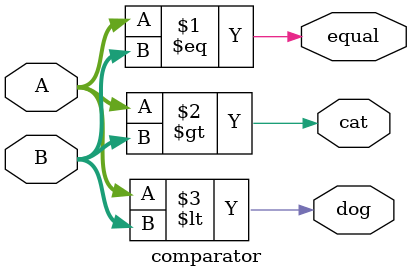
<source format=v>
`timescale 1ns / 1ps


module comparator #(parameter size = 4)(
    equal,
    cat, //a>b
    dog, //b>a
    A,
    B
    );
    
    output equal;
    output cat;
    output dog;
    input [size-1:0]A;
    input [size-1:0]B;
    
    assign equal= ( A == B );
    assign cat = (A>B);
    assign dog = (A<B);
endmodule

</source>
